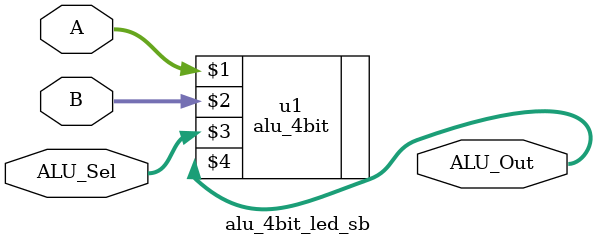
<source format=sv>
module alu_4bit_led_sb( 
 input logic [3:0] A,B,               
 input logic [2:0] ALU_Sel,
 output logic [3:0] ALU_Out);  
//
 alu_4bit u1(
  A,B, // ALU 4-bit Inputs                   
  ALU_Sel,  // ALU Selection 
  ALU_Out);  // ALU 4-bit Output 
 // );  // Carry Out Flag 
//
endmodule

</source>
